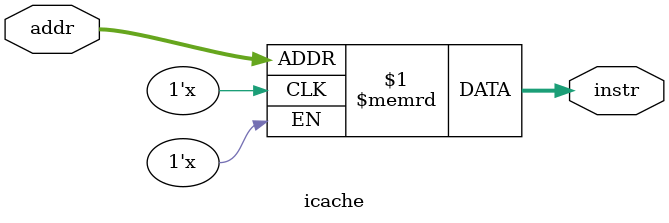
<source format=v>
module icache(addr,instr);
input [8:0] addr;
output [31:0] instr;

parameter MEM_SIZE = 512;
reg [31:0] memory [0:MEM_SIZE-1];

assign instr = memory[addr];

endmodule

</source>
